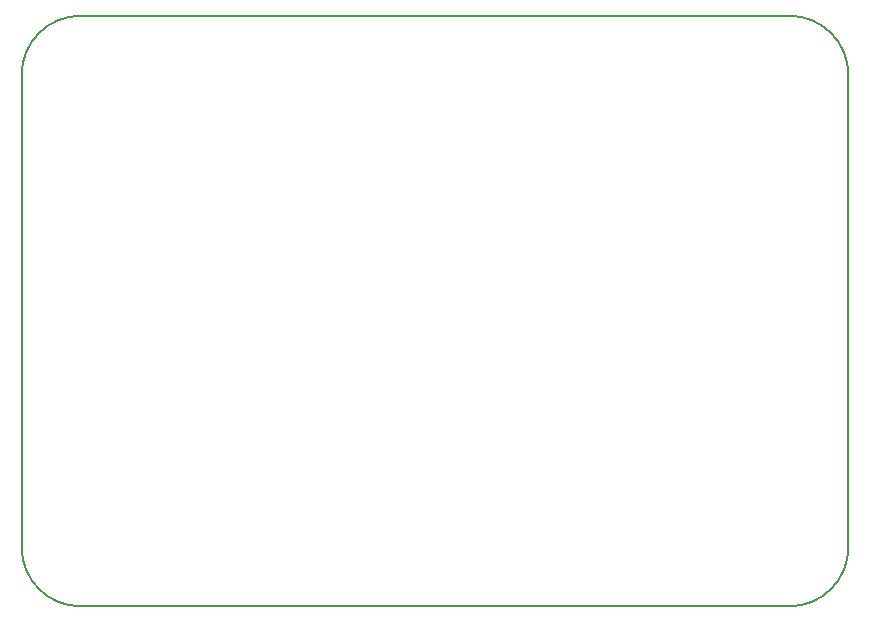
<source format=gbr>
G04 #@! TF.GenerationSoftware,KiCad,Pcbnew,(5.0.1)-3*
G04 #@! TF.CreationDate,2019-12-23T10:27:59+01:00*
G04 #@! TF.ProjectId,TDA2050 64W,54444132303530203634572E6B696361,rev?*
G04 #@! TF.SameCoordinates,PX68e7780PY7365040*
G04 #@! TF.FileFunction,Profile,NP*
%FSLAX46Y46*%
G04 Gerber Fmt 4.6, Leading zero omitted, Abs format (unit mm)*
G04 Created by KiCad (PCBNEW (5.0.1)-3) date 23/12/2019 10:27:59*
%MOMM*%
%LPD*%
G01*
G04 APERTURE LIST*
%ADD10C,0.150000*%
G04 APERTURE END LIST*
D10*
X65000000Y0D02*
X5000000Y0D01*
X70000000Y5000000D02*
G75*
G02X65000000Y0I-5000000J0D01*
G01*
X5000000Y0D02*
G75*
G02X0Y5000000I0J5000000D01*
G01*
X0Y45000000D02*
G75*
G02X5000000Y50000000I5000000J0D01*
G01*
X65000000Y50000000D02*
G75*
G02X70000000Y45000000I0J-5000000D01*
G01*
X70000000Y5000000D02*
X70000000Y45000000D01*
X0Y45000000D02*
X0Y5000000D01*
X65000000Y50000000D02*
X5000000Y50000000D01*
M02*

</source>
